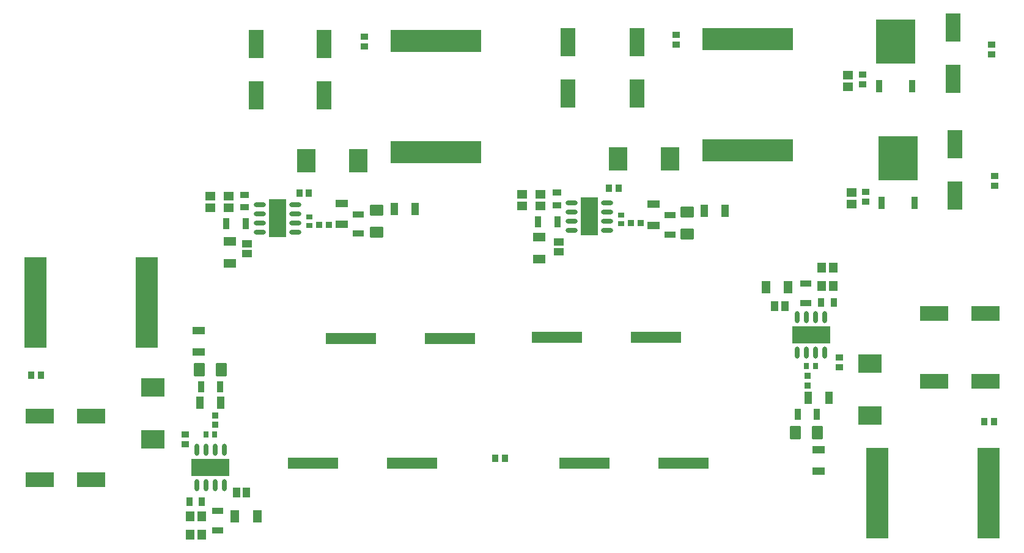
<source format=gtp>
G04 Layer_Color=7318015*
%FSLAX25Y25*%
%MOIN*%
G70*
G01*
G75*
%ADD10R,0.21457X0.24410*%
%ADD11R,0.03543X0.07087*%
%ADD12R,0.06102X0.03543*%
%ADD13R,0.04331X0.06693*%
%ADD14R,0.07087X0.05118*%
%ADD15R,0.03543X0.06299*%
%ADD16R,0.49213X0.12402*%
%ADD17R,0.05118X0.03543*%
G04:AMPARAMS|DCode=18|XSize=74.8mil|YSize=59.06mil|CornerRadius=5.91mil|HoleSize=0mil|Usage=FLASHONLY|Rotation=90.000|XOffset=0mil|YOffset=0mil|HoleType=Round|Shape=RoundedRectangle|*
%AMROUNDEDRECTD18*
21,1,0.07480,0.04724,0,0,90.0*
21,1,0.06299,0.05906,0,0,90.0*
1,1,0.01181,0.02362,0.03150*
1,1,0.01181,0.02362,-0.03150*
1,1,0.01181,-0.02362,-0.03150*
1,1,0.01181,-0.02362,0.03150*
%
%ADD18ROUNDEDRECTD18*%
%ADD19R,0.05709X0.05118*%
%ADD20R,0.27559X0.05906*%
%ADD21R,0.21000X0.09488*%
%ADD22O,0.02362X0.06693*%
%ADD23R,0.12598X0.10236*%
%ADD24R,0.07874X0.15748*%
%ADD25R,0.05315X0.04331*%
%ADD26R,0.03347X0.03543*%
%ADD27R,0.03543X0.03937*%
%ADD28R,0.03622X0.02913*%
%ADD29R,0.09488X0.21000*%
%ADD30O,0.06693X0.02362*%
%ADD31R,0.10236X0.12598*%
%ADD32R,0.03543X0.06102*%
%ADD33R,0.05118X0.07087*%
%ADD34R,0.06693X0.04331*%
G04:AMPARAMS|DCode=35|XSize=74.8mil|YSize=59.06mil|CornerRadius=5.91mil|HoleSize=0mil|Usage=FLASHONLY|Rotation=0.000|XOffset=0mil|YOffset=0mil|HoleType=Round|Shape=RoundedRectangle|*
%AMROUNDEDRECTD35*
21,1,0.07480,0.04724,0,0,0.0*
21,1,0.06299,0.05906,0,0,0.0*
1,1,0.01181,0.03150,-0.02362*
1,1,0.01181,-0.03150,-0.02362*
1,1,0.01181,-0.03150,0.02362*
1,1,0.01181,0.03150,0.02362*
%
%ADD35ROUNDEDRECTD35*%
%ADD36R,0.06299X0.03543*%
%ADD37R,0.12402X0.49213*%
%ADD38R,0.04331X0.05315*%
%ADD39R,0.02913X0.03622*%
%ADD40R,0.03543X0.03347*%
%ADD41R,0.03543X0.05118*%
%ADD42R,0.05118X0.05709*%
%ADD43R,0.15748X0.07874*%
%ADD44R,0.03937X0.03543*%
D10*
X641000Y325374D02*
D03*
X639500Y389000D02*
D03*
D11*
X649976Y300965D02*
D03*
X632024D02*
D03*
X648476Y364591D02*
D03*
X630524D02*
D03*
D12*
X346500Y294717D02*
D03*
Y284283D02*
D03*
X516500Y294216D02*
D03*
Y283784D02*
D03*
D13*
X366291Y297500D02*
D03*
X377709D02*
D03*
X603209Y194500D02*
D03*
X591791D02*
D03*
X535291Y296500D02*
D03*
X546709D02*
D03*
X260291Y192000D02*
D03*
X271709D02*
D03*
D14*
X276500Y267898D02*
D03*
Y280102D02*
D03*
X445390Y270192D02*
D03*
Y282397D02*
D03*
D15*
X285315Y289500D02*
D03*
X274685D02*
D03*
X455315Y290500D02*
D03*
X444685D02*
D03*
D16*
X389000Y389216D02*
D03*
Y328783D02*
D03*
X559000Y390216D02*
D03*
Y329784D02*
D03*
D17*
X284500Y298560D02*
D03*
Y305440D02*
D03*
X455008Y299586D02*
D03*
Y306467D02*
D03*
D18*
X271905Y210000D02*
D03*
X260094D02*
D03*
X585094Y175500D02*
D03*
X596906D02*
D03*
D19*
X615500Y306650D02*
D03*
Y300350D02*
D03*
X446000Y305650D02*
D03*
Y299350D02*
D03*
X436000Y305650D02*
D03*
Y299350D02*
D03*
X276000Y304650D02*
D03*
Y298350D02*
D03*
X266000Y304650D02*
D03*
Y298350D02*
D03*
X613500Y370650D02*
D03*
Y364350D02*
D03*
D20*
X396500Y227000D02*
D03*
X342500D02*
D03*
X470000Y159000D02*
D03*
X524000D02*
D03*
X455000Y227500D02*
D03*
X509000D02*
D03*
X376000Y159000D02*
D03*
X322000D02*
D03*
D21*
X266000Y156500D02*
D03*
X593500Y229000D02*
D03*
D22*
X273500Y166146D02*
D03*
X268500D02*
D03*
X263500D02*
D03*
X258500D02*
D03*
X273500Y146854D02*
D03*
X268500D02*
D03*
X263500D02*
D03*
X258500D02*
D03*
X586000Y219354D02*
D03*
X591000D02*
D03*
X596000D02*
D03*
X601000D02*
D03*
X586000Y238646D02*
D03*
X591000D02*
D03*
X596000D02*
D03*
X601000D02*
D03*
D23*
X234500Y200173D02*
D03*
Y171827D02*
D03*
X625500Y184827D02*
D03*
Y213173D02*
D03*
D24*
X672000Y332976D02*
D03*
Y305024D02*
D03*
X498500Y360524D02*
D03*
Y388476D02*
D03*
X461000Y360524D02*
D03*
Y388476D02*
D03*
X328000Y359524D02*
D03*
Y387476D02*
D03*
X291000Y359524D02*
D03*
Y387476D02*
D03*
X671000Y396602D02*
D03*
Y368650D02*
D03*
D25*
X286000Y278756D02*
D03*
Y273244D02*
D03*
X456000Y279756D02*
D03*
Y274244D02*
D03*
D26*
X325441Y289000D02*
D03*
X330559D02*
D03*
X495441Y290000D02*
D03*
X500559D02*
D03*
D27*
X421343Y161500D02*
D03*
X426657D02*
D03*
X693157Y181500D02*
D03*
X687843D02*
D03*
X488534Y308834D02*
D03*
X483219D02*
D03*
X168342Y207000D02*
D03*
X173658D02*
D03*
X319771Y306370D02*
D03*
X314456D02*
D03*
D28*
X320000Y288559D02*
D03*
Y293441D02*
D03*
X490000Y289559D02*
D03*
Y294441D02*
D03*
D29*
X472500Y293500D02*
D03*
X302500Y292500D02*
D03*
D30*
X482146Y286000D02*
D03*
Y291000D02*
D03*
Y296000D02*
D03*
Y301000D02*
D03*
X462854Y286000D02*
D03*
Y291000D02*
D03*
Y296000D02*
D03*
Y301000D02*
D03*
X312146Y285000D02*
D03*
Y290000D02*
D03*
Y295000D02*
D03*
Y300000D02*
D03*
X292854Y285000D02*
D03*
Y290000D02*
D03*
Y295000D02*
D03*
Y300000D02*
D03*
D31*
X516673Y325000D02*
D03*
X488327D02*
D03*
X346673Y324000D02*
D03*
X318327D02*
D03*
D32*
X596716Y185500D02*
D03*
X586283D02*
D03*
X260784Y200500D02*
D03*
X271217D02*
D03*
D33*
X568898Y255000D02*
D03*
X581102D02*
D03*
X291602Y130000D02*
D03*
X279398D02*
D03*
D34*
X507500Y300209D02*
D03*
Y288791D02*
D03*
X597500Y166209D02*
D03*
Y154791D02*
D03*
X337500Y300709D02*
D03*
Y289291D02*
D03*
X259500Y219791D02*
D03*
Y231209D02*
D03*
D35*
X526000Y284095D02*
D03*
Y295905D02*
D03*
X356500Y285094D02*
D03*
Y296905D02*
D03*
D36*
X590500Y246185D02*
D03*
Y256815D02*
D03*
X270000Y133000D02*
D03*
Y122370D02*
D03*
D37*
X690216Y142500D02*
D03*
X629783D02*
D03*
X170783Y246500D02*
D03*
X231217D02*
D03*
D38*
X579256Y244500D02*
D03*
X573744D02*
D03*
X280244Y143000D02*
D03*
X285756D02*
D03*
D39*
X591059Y212000D02*
D03*
X595941D02*
D03*
X268441Y174500D02*
D03*
X263559D02*
D03*
D40*
X591500Y206559D02*
D03*
Y201441D02*
D03*
X268500Y179941D02*
D03*
Y185059D02*
D03*
D41*
X599060Y246500D02*
D03*
X605940D02*
D03*
X261440Y138000D02*
D03*
X254560D02*
D03*
D42*
X605650Y255500D02*
D03*
X599350D02*
D03*
X605650Y265500D02*
D03*
X599350D02*
D03*
X254850Y130000D02*
D03*
X261150D02*
D03*
X254850Y120000D02*
D03*
X261150D02*
D03*
D43*
X660524Y203500D02*
D03*
X688476D02*
D03*
X660524Y240500D02*
D03*
X688476D02*
D03*
X200976Y184500D02*
D03*
X173024D02*
D03*
X200976Y150000D02*
D03*
X173024D02*
D03*
D44*
X520000Y392657D02*
D03*
Y387343D02*
D03*
X608948Y211281D02*
D03*
Y216596D02*
D03*
X350000Y391657D02*
D03*
Y386343D02*
D03*
X252346Y174478D02*
D03*
Y169163D02*
D03*
X692000Y381968D02*
D03*
Y387283D02*
D03*
X621775Y365512D02*
D03*
Y370827D02*
D03*
X693500Y310343D02*
D03*
Y315657D02*
D03*
X623338Y301634D02*
D03*
Y306949D02*
D03*
M02*

</source>
